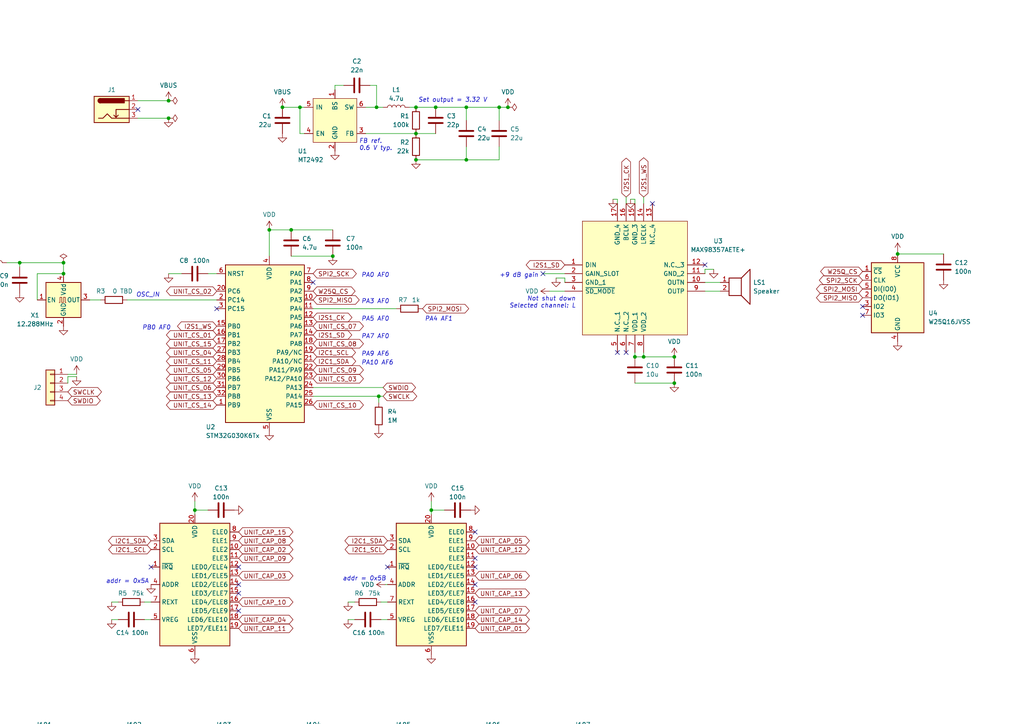
<source format=kicad_sch>
(kicad_sch (version 20230121) (generator eeschema)
  (paper "A4")
  (junction (at 18.415 79.375))
  (junction (at 126.365 31.115))
  (junction (at 147.32 31.115))
  (junction (at 195.58 111.125))
  (junction (at 86.995 31.115))
  (junction (at 120.65 46.355))
  (junction (at 109.855 114.935))
  (junction (at 135.255 46.355))
  (junction (at 120.65 31.115))
  (junction (at 135.255 31.115))
  (junction (at 56.515 147.955))
  (junction (at 125.095 147.955))
  (junction (at 18.415 76.2))
  (junction (at 96.52 74.295))
  (junction (at 78.105 66.675))
  (junction (at 81.915 31.115))
  (junction (at 84.455 66.675))
  (junction (at 109.22 31.115))
  (junction (at 48.895 34.29))
  (junction (at 186.69 103.505))
  (junction (at 184.15 103.505))
  (junction (at 5.715 76.2))
  (junction (at 120.65 38.735))
  (junction (at 48.895 29.21))
  (junction (at 260.35 73.66))
  (junction (at 144.78 31.115))
  (junction (at 195.58 103.505))
  (no_connect (at 137.795 164.465))
  (no_connect (at 69.215 164.465))
  (no_connect (at 137.795 154.305))
  (no_connect (at 179.07 102.235))
  (no_connect (at 69.215 172.085))
  (no_connect (at 137.795 174.625))
  (no_connect (at 69.215 177.165))
  (no_connect (at 204.47 76.835))
  (no_connect (at 250.19 91.44))
  (no_connect (at 112.395 164.465))
  (no_connect (at 69.215 169.545))
  (no_connect (at 40.005 31.75))
  (no_connect (at 157.48 79.375))
  (no_connect (at 43.815 164.465))
  (no_connect (at 90.805 81.915))
  (no_connect (at 62.865 89.535))
  (no_connect (at 250.19 88.9))
  (no_connect (at 137.795 161.925))
  (no_connect (at 181.61 102.235))
  (no_connect (at 137.795 169.545))
  (no_connect (at 189.23 59.055))
  (wire (pts (xy 106.045 38.735) (xy 120.65 38.735)))
  (wire (pts (xy 120.65 38.735) (xy 126.365 38.735)))
  (wire (pts (xy 100.965 179.705) (xy 102.87 179.705)))
  (wire (pts (xy 81.915 31.115) (xy 86.995 31.115)))
  (wire (pts (xy 10.795 79.375) (xy 18.415 79.375)))
  (wire (pts (xy 179.07 57.785) (xy 179.07 59.055)))
  (wire (pts (xy 184.15 103.505) (xy 186.69 103.505)))
  (wire (pts (xy 109.22 24.765) (xy 107.315 24.765)))
  (wire (pts (xy 144.78 46.355) (xy 135.255 46.355)))
  (wire (pts (xy 5.715 77.47) (xy 5.715 76.2)))
  (wire (pts (xy 163.83 80.645) (xy 161.29 80.645)))
  (wire (pts (xy 135.255 46.355) (xy 120.65 46.355)))
  (wire (pts (xy 84.455 74.295) (xy 96.52 74.295)))
  (wire (pts (xy 120.65 31.115) (xy 126.365 31.115)))
  (wire (pts (xy 186.69 57.15) (xy 186.69 59.055)))
  (wire (pts (xy 260.35 73.66) (xy 273.685 73.66)))
  (wire (pts (xy 56.515 147.955) (xy 56.515 149.225)))
  (wire (pts (xy 106.045 31.115) (xy 109.22 31.115)))
  (wire (pts (xy 111.76 169.545) (xy 112.395 169.545)))
  (wire (pts (xy 126.365 31.115) (xy 135.255 31.115)))
  (wire (pts (xy 90.805 114.935) (xy 109.855 114.935)))
  (wire (pts (xy 41.91 174.625) (xy 43.815 174.625)))
  (wire (pts (xy 48.895 34.29) (xy 40.005 34.29)))
  (wire (pts (xy 109.22 24.765) (xy 109.22 31.115)))
  (wire (pts (xy 184.15 57.785) (xy 184.15 59.055)))
  (wire (pts (xy -7.62 76.2) (xy -5.715 76.2)))
  (wire (pts (xy 260.35 73.025) (xy 260.35 73.66)))
  (wire (pts (xy 41.91 179.705) (xy 43.815 179.705)))
  (wire (pts (xy 204.47 81.915) (xy 208.915 81.915)))
  (wire (pts (xy 10.795 86.995) (xy 10.795 79.375)))
  (wire (pts (xy 111.125 31.115) (xy 109.22 31.115)))
  (wire (pts (xy 144.78 42.545) (xy 144.78 46.355)))
  (wire (pts (xy 19.685 109.22) (xy 22.225 109.22)))
  (wire (pts (xy 78.105 66.675) (xy 84.455 66.675)))
  (wire (pts (xy 125.095 147.955) (xy 125.095 149.225)))
  (wire (pts (xy 184.15 102.235) (xy 184.15 103.505)))
  (wire (pts (xy 135.255 42.545) (xy 135.255 46.355)))
  (wire (pts (xy 109.855 114.935) (xy 109.855 116.84)))
  (wire (pts (xy 18.415 76.2) (xy 18.415 79.375)))
  (wire (pts (xy 22.225 108.585) (xy 19.685 108.585)))
  (wire (pts (xy 144.78 31.115) (xy 144.78 34.925)))
  (wire (pts (xy 159.385 84.455) (xy 163.83 84.455)))
  (wire (pts (xy 60.325 79.375) (xy 62.865 79.375)))
  (wire (pts (xy 5.715 76.2) (xy 18.415 76.2)))
  (wire (pts (xy 100.965 174.625) (xy 102.87 174.625)))
  (wire (pts (xy 110.49 174.625) (xy 112.395 174.625)))
  (wire (pts (xy 186.69 103.505) (xy 195.58 103.505)))
  (wire (pts (xy 78.105 66.675) (xy 78.105 74.295)))
  (wire (pts (xy 86.995 31.115) (xy 88.265 31.115)))
  (wire (pts (xy 48.895 29.21) (xy 40.005 29.21)))
  (wire (pts (xy 204.47 84.455) (xy 208.915 84.455)))
  (wire (pts (xy 118.745 31.115) (xy 120.65 31.115)))
  (wire (pts (xy 204.47 78.105) (xy 207.01 78.105)))
  (wire (pts (xy 181.61 57.15) (xy 181.61 59.055)))
  (wire (pts (xy 182.88 57.785) (xy 184.15 57.785)))
  (wire (pts (xy 1.905 76.2) (xy 5.715 76.2)))
  (wire (pts (xy 48.895 79.375) (xy 52.705 79.375)))
  (wire (pts (xy 144.78 31.115) (xy 147.32 31.115)))
  (wire (pts (xy 19.685 111.125) (xy 19.685 109.22)))
  (wire (pts (xy 86.995 38.735) (xy 86.995 31.115)))
  (wire (pts (xy 204.47 79.375) (xy 204.47 78.105)))
  (wire (pts (xy -7.62 74.93) (xy -7.62 76.2)))
  (wire (pts (xy 56.515 145.415) (xy 56.515 147.955)))
  (wire (pts (xy 135.255 31.115) (xy 144.78 31.115)))
  (wire (pts (xy 186.69 102.235) (xy 186.69 103.505)))
  (wire (pts (xy 111.125 114.935) (xy 109.855 114.935)))
  (wire (pts (xy 177.8 57.785) (xy 179.07 57.785)))
  (wire (pts (xy 128.905 147.955) (xy 125.095 147.955)))
  (wire (pts (xy 90.805 112.395) (xy 111.125 112.395)))
  (wire (pts (xy 26.035 86.995) (xy 29.21 86.995)))
  (wire (pts (xy 32.385 174.625) (xy 34.29 174.625)))
  (wire (pts (xy 125.095 145.415) (xy 125.095 147.955)))
  (wire (pts (xy 90.805 89.535) (xy 114.935 89.535)))
  (wire (pts (xy 157.48 79.375) (xy 163.83 79.375)))
  (wire (pts (xy 60.325 147.955) (xy 56.515 147.955)))
  (wire (pts (xy 84.455 66.675) (xy 96.52 66.675)))
  (wire (pts (xy 184.15 111.125) (xy 195.58 111.125)))
  (wire (pts (xy 32.385 179.705) (xy 34.29 179.705)))
  (wire (pts (xy 163.83 81.915) (xy 163.83 80.645)))
  (wire (pts (xy 88.265 38.735) (xy 86.995 38.735)))
  (wire (pts (xy 110.49 179.705) (xy 112.395 179.705)))
  (wire (pts (xy 97.155 26.035) (xy 97.155 24.765)))
  (wire (pts (xy 97.155 24.765) (xy 99.695 24.765)))
  (wire (pts (xy 36.83 86.995) (xy 62.865 86.995)))
  (wire (pts (xy 135.255 31.115) (xy 135.255 34.925)))
  (text "PA9 AF6" (at 104.775 103.505 0) (effects (font (size 1.27 1.27) italic) (justify left bottom)))
  (text "PA0 AF0" (at 104.775 80.645 0) (effects (font (size 1.27 1.27) italic) (justify left bottom)))
  (text "OSC_IN" (at 46.355 86.36 0) (effects (font (size 1.27 1.27) italic) (justify right bottom)))
  (text "Set output = 3.32 V" (at 121.285 29.845 0) (effects (font (size 1.27 1.27) italic) (justify left bottom)))
  (text "FB ref.\n0.6 V typ." (at 104.14 43.815 0) (effects (font (size 1.27 1.27) italic) (justify left bottom)))
  (text "PA5 AF0" (at 104.775 93.345 0) (effects (font (size 1.27 1.27) italic) (justify left bottom)))
  (text "addr = 0x5B" (at 112.014 168.656 0) (effects (font (size 1.27 1.27) italic) (justify right bottom)))
  (text "PB0 AF0" (at 49.53 95.885 0) (effects (font (size 1.27 1.27) italic) (justify right bottom)))
  (text "PA10 AF6" (at 104.775 106.045 0) (effects (font (size 1.27 1.27) italic) (justify left bottom)))
  (text "addr = 0x5A" (at 43.18 169.418 0) (effects (font (size 1.27 1.27) italic) (justify right bottom)))
  (text "+9 dB gain" (at 156.21 80.645 0) (effects (font (size 1.27 1.27) italic) (justify right bottom)))
  (text "PA7 AF0" (at 104.775 98.425 0) (effects (font (size 1.27 1.27) italic) (justify left bottom)))
  (text "Not shut down\nSelected channel: L" (at 167.005 89.535 0) (effects (font (size 1.27 1.27) italic) (justify right bottom)))
  (text "PA3 AF0" (at 104.775 88.265 0) (effects (font (size 1.27 1.27) italic) (justify left bottom)))
  (text "PA4 AF1" (at 123.19 93.345 0) (effects (font (size 1.27 1.27) italic) (justify left bottom)))
  (global_label "UNIT_CS_01" (shape bidirectional) (at 7.62 220.98 180) (property "Intersheetrefs" "${INTERSHEET_REFS}" (effects hide)))
  (global_label "SPI2_SCK" (shape bidirectional) (at 33.655 245.745 180) (property "Intersheetrefs" "${INTERSHEET_REFS}" (effects hide)))
  (global_label "SPI2_MISO" (shape bidirectional) (at 250.19 86.36 180) (property "Intersheetrefs" "${INTERSHEET_REFS}" (effects hide)))
  (global_label "UNIT_CS_15" (shape bidirectional) (at 189.865 243.205 180) (property "Intersheetrefs" "${INTERSHEET_REFS}" (effects hide)))
  (global_label "UNIT_CAP_04" (shape bidirectional) (at 69.215 179.705 0) (property "Intersheetrefs" "${INTERSHEET_REFS}" (effects hide)))
  (global_label "I2S1_SD" (shape bidirectional) (at 90.805 97.155 0) (property "Intersheetrefs" "${INTERSHEET_REFS}" (effects hide)))
  (global_label "UNIT_CAP_01" (shape bidirectional) (at 137.795 182.245 0) (property "Intersheetrefs" "${INTERSHEET_REFS}" (effects hide)))
  (global_label "SPI2_MOSI" (shape bidirectional) (at 59.69 248.285 180) (property "Intersheetrefs" "${INTERSHEET_REFS}" (effects hide)))
  (global_label "SPI2_MOSI" (shape bidirectional) (at 59.69 226.06 180) (property "Intersheetrefs" "${INTERSHEET_REFS}" (effects hide)))
  (global_label "UNIT_CS_08" (shape bidirectional) (at 7.62 243.205 180) (property "Intersheetrefs" "${INTERSHEET_REFS}" (effects hide)))
  (global_label "UNIT_CS_07" (shape bidirectional) (at 163.83 220.98 180) (property "Intersheetrefs" "${INTERSHEET_REFS}" (effects hide)))
  (global_label "I2S1_WS" (shape bidirectional) (at 186.69 57.15 90) (property "Intersheetrefs" "${INTERSHEET_REFS}" (effects hide)))
  (global_label "UNIT_CAP_13" (shape bidirectional) (at 137.795 250.825 180) (property "Intersheetrefs" "${INTERSHEET_REFS}" (effects hide)))
  (global_label "I2S1_WS" (shape bidirectional) (at 62.865 94.615 180) (property "Intersheetrefs" "${INTERSHEET_REFS}" (effects hide)))
  (global_label "I2C1_SCL" (shape bidirectional) (at 112.395 159.385 180) (property "Intersheetrefs" "${INTERSHEET_REFS}" (effects hide)))
  (global_label "SPI2_MOSI" (shape bidirectional) (at 85.725 248.285 180) (property "Intersheetrefs" "${INTERSHEET_REFS}" (effects hide)))
  (global_label "SPI2_MOSI" (shape bidirectional) (at 137.795 226.06 180) (property "Intersheetrefs" "${INTERSHEET_REFS}" (effects hide)))
  (global_label "UNIT_CAP_05" (shape bidirectional) (at 111.76 228.6 180) (property "Intersheetrefs" "${INTERSHEET_REFS}" (effects hide)))
  (global_label "UNIT_CS_05" (shape bidirectional) (at 62.865 107.315 180) (property "Intersheetrefs" "${INTERSHEET_REFS}" (effects hide)))
  (global_label "SPI2_SCK" (shape bidirectional) (at 7.62 223.52 180) (property "Intersheetrefs" "${INTERSHEET_REFS}" (effects hide)))
  (global_label "I2C1_SDA" (shape bidirectional) (at 112.395 156.845 180) (property "Intersheetrefs" "${INTERSHEET_REFS}" (effects hide)))
  (global_label "UNIT_CAP_02" (shape bidirectional) (at 69.215 159.385 0) (property "Intersheetrefs" "${INTERSHEET_REFS}" (effects hide)))
  (global_label "UNIT_CS_12" (shape bidirectional) (at 111.76 243.205 180) (property "Intersheetrefs" "${INTERSHEET_REFS}" (effects hide)))
  (global_label "SPI2_MOSI" (shape bidirectional) (at 137.795 248.285 180) (property "Intersheetrefs" "${INTERSHEET_REFS}" (effects hide)))
  (global_label "SPI2_SCK" (shape bidirectional) (at 33.655 223.52 180) (property "Intersheetrefs" "${INTERSHEET_REFS}" (effects hide)))
  (global_label "UNIT_CAP_10" (shape bidirectional) (at 69.215 174.625 0) (property "Intersheetrefs" "${INTERSHEET_REFS}" (effects hide)))
  (global_label "SPI2_MOSI" (shape bidirectional) (at 189.865 248.285 180) (property "Intersheetrefs" "${INTERSHEET_REFS}" (effects hide)))
  (global_label "SPI2_SCK" (shape bidirectional) (at 85.725 245.745 180) (property "Intersheetrefs" "${INTERSHEET_REFS}" (effects hide)))
  (global_label "UNIT_CS_15" (shape bidirectional) (at 62.865 99.695 180) (property "Intersheetrefs" "${INTERSHEET_REFS}" (effects hide)))
  (global_label "SPI2_SCK" (shape bidirectional) (at 59.69 245.745 180) (property "Intersheetrefs" "${INTERSHEET_REFS}" (effects hide)))
  (global_label "SPI2_MOSI" (shape bidirectional) (at 85.725 226.06 180) (property "Intersheetrefs" "${INTERSHEET_REFS}" (effects hide)))
  (global_label "SPI2_MOSI" (shape bidirectional) (at 163.83 248.285 180) (property "Intersheetrefs" "${INTERSHEET_REFS}" (effects hide)))
  (global_label "UNIT_CAP_08" (shape bidirectional) (at 7.62 250.825 180) (property "Intersheetrefs" "${INTERSHEET_REFS}" (effects hide)))
  (global_label "UNIT_CS_11" (shape bidirectional) (at 85.725 243.205 180) (property "Intersheetrefs" "${INTERSHEET_REFS}" (effects hide)))
  (global_label "SPI2_SCK" (shape bidirectional) (at 189.865 245.745 180) (property "Intersheetrefs" "${INTERSHEET_REFS}" (effects hide)))
  (global_label "UNIT_CS_13" (shape bidirectional) (at 62.865 114.935 180) (property "Intersheetrefs" "${INTERSHEET_REFS}" (effects hide)))
  (global_label "UNIT_CAP_15" (shape bidirectional) (at 69.215 154.305 0) (property "Intersheetrefs" "${INTERSHEET_REFS}" (effects hide)))
  (global_label "SWCLK" (shape bidirectional) (at 111.125 114.935 0) (property "Intersheetrefs" "${INTERSHEET_REFS}" (effects hide)))
  (global_label "SPI2_MISO" (shape bidirectional) (at 90.805 86.995 0) (property "Intersheetrefs" "${INTERSHEET_REFS}" (effects hide)))
  (global_label "UNIT_CAP_08" (shape bidirectional) (at 69.215 156.845 0) (property "Intersheetrefs" "${INTERSHEET_REFS}" (effects hide)))
  (global_label "SPI2_SCK" (shape bidirectional) (at 59.69 223.52 180) (property "Intersheetrefs" "${INTERSHEET_REFS}" (effects hide)))
  (global_label "I2S1_CK" (shape bidirectional) (at 181.61 57.15 90) (property "Intersheetrefs" "${INTERSHEET_REFS}" (effects hide)))
  (global_label "I2S1_CK" (shape bidirectional) (at 90.805 92.075 0) (property "Intersheetrefs" "${INTERSHEET_REFS}" (effects hide)))
  (global_label "UNIT_CAP_14" (shape bidirectional) (at 137.795 179.705 0) (property "Intersheetrefs" "${INTERSHEET_REFS}" (effects hide)))
  (global_label "I2C1_SDA" (shape bidirectional) (at 90.805 104.775 0) (property "Intersheetrefs" "${INTERSHEET_REFS}" (effects hide)))
  (global_label "UNIT_CS_04" (shape bidirectional) (at 85.725 220.98 180) (property "Intersheetrefs" "${INTERSHEET_REFS}" (effects hide)))
  (global_label "SPI2_MOSI" (shape bidirectional) (at 250.19 83.82 180) (property "Intersheetrefs" "${INTERSHEET_REFS}" (effects hide)))
  (global_label "I2C1_SCL" (shape bidirectional) (at 90.805 102.235 0) (property "Intersheetrefs" "${INTERSHEET_REFS}" (effects hide)))
  (global_label "SWDIO" (shape bidirectional) (at 111.125 112.395 0) (property "Intersheetrefs" "${INTERSHEET_REFS}" (effects hide)))
  (global_label "UNIT_CAP_11" (shape bidirectional) (at 69.215 182.245 0) (property "Intersheetrefs" "${INTERSHEET_REFS}" (effects hide)))
  (global_label "UNIT_CS_12" (shape bidirectional) (at 62.865 109.855 180) (property "Intersheetrefs" "${INTERSHEET_REFS}" (effects hide)))
  (global_label "UNIT_CS_09" (shape bidirectional) (at 33.655 243.205 180) (property "Intersheetrefs" "${INTERSHEET_REFS}" (effects hide)))
  (global_label "UNIT_CAP_04" (shape bidirectional) (at 85.725 228.6 180) (property "Intersheetrefs" "${INTERSHEET_REFS}" (effects hide)))
  (global_label "SPI2_SCK" (shape bidirectional) (at 111.76 245.745 180) (property "Intersheetrefs" "${INTERSHEET_REFS}" (effects hide)))
  (global_label "SPI2_MOSI" (shape bidirectional) (at 33.655 248.285 180) (property "Intersheetrefs" "${INTERSHEET_REFS}" (effects hide)))
  (global_label "SPI2_MOSI" (shape bidirectional) (at 111.76 226.06 180) (property "Intersheetrefs" "${INTERSHEET_REFS}" (effects hide)))
  (global_label "SPI2_SCK" (shape bidirectional) (at 7.62 245.745 180) (property "Intersheetrefs" "${INTERSHEET_REFS}" (effects hide)))
  (global_label "SPI2_SCK" (shape bidirectional) (at 90.805 79.375 0) (property "Intersheetrefs" "${INTERSHEET_REFS}" (effects hide)))
  (global_label "UNIT_CS_04" (shape bidirectional) (at 62.865 102.235 180) (property "Intersheetrefs" "${INTERSHEET_REFS}" (effects hide)))
  (global_label "I2C1_SDA" (shape bidirectional) (at 43.815 156.845 180) (property "Intersheetrefs" "${INTERSHEET_REFS}" (effects hide)))
  (global_label "SPI2_MOSI" (shape bidirectional) (at 163.83 226.06 180) (property "Intersheetrefs" "${INTERSHEET_REFS}" (effects hide)))
  (global_label "SPI2_SCK" (shape bidirectional) (at 85.725 223.52 180) (property "Intersheetrefs" "${INTERSHEET_REFS}" (effects hide)))
  (global_label "UNIT_CAP_05" (shape bidirectional) (at 137.795 156.845 0) (property "Intersheetrefs" "${INTERSHEET_REFS}" (effects hide)))
  (global_label "UNIT_CAP_12" (shape bidirectional) (at 137.795 159.385 0) (property "Intersheetrefs" "${INTERSHEET_REFS}" (effects hide)))
  (global_label "SPI2_MOSI" (shape bidirectional) (at 7.62 248.285 180) (property "Intersheetrefs" "${INTERSHEET_REFS}" (effects hide)))
  (global_label "UNIT_CAP_06" (shape bidirectional) (at 137.795 228.6 180) (property "Intersheetrefs" "${INTERSHEET_REFS}" (effects hide)))
  (global_label "UNIT_CAP_06" (shape bidirectional) (at 137.795 167.005 0) (property "Intersheetrefs" "${INTERSHEET_REFS}" (effects hide)))
  (global_label "SWCLK" (shape bidirectional) (at 19.685 113.665 0) (property "Intersheetrefs" "${INTERSHEET_REFS}" (effects hide)))
  (global_label "UNIT_CAP_13" (shape bidirectional) (at 137.795 172.085 0) (property "Intersheetrefs" "${INTERSHEET_REFS}" (effects hide)))
  (global_label "UNIT_CS_06" (shape bidirectional) (at 62.865 112.395 180) (property "Intersheetrefs" "${INTERSHEET_REFS}" (effects hide)))
  (global_label "UNIT_CS_05" (shape bidirectional) (at 111.76 220.98 180) (property "Intersheetrefs" "${INTERSHEET_REFS}" (effects hide)))
  (global_label "UNIT_CS_08" (shape bidirectional) (at 90.805 99.695 0) (property "Intersheetrefs" "${INTERSHEET_REFS}" (effects hide)))
  (global_label "UNIT_CAP_09" (shape bidirectional) (at 33.655 250.825 180) (property "Intersheetrefs" "${INTERSHEET_REFS}" (effects hide)))
  (global_label "UNIT_CAP_03" (shape bidirectional) (at 59.69 228.6 180) (property "Intersheetrefs" "${INTERSHEET_REFS}" (effects hide)))
  (global_label "UNIT_CAP_09" (shape bidirectional) (at 69.215 161.925 0) (property "Intersheetrefs" "${INTERSHEET_REFS}" (effects hide)))
  (global_label "UNIT_CS_14" (shape bidirectional) (at 62.865 117.475 180) (property "Intersheetrefs" "${INTERSHEET_REFS}" (effects hide)))
  (global_label "UNIT_CAP_12" (shape bidirectional) (at 111.76 250.825 180) (property "Intersheetrefs" "${INTERSHEET_REFS}" (effects hide)))
  (global_label "SPI2_MOSI" (shape bidirectional) (at 122.555 89.535 0) (property "Intersheetrefs" "${INTERSHEET_REFS}" (effects hide)))
  (global_label "UNIT_CS_01" (shape bidirectional) (at 62.865 97.155 180) (property "Intersheetrefs" "${INTERSHEET_REFS}" (effects hide)))
  (global_label "UNIT_CAP_01" (shape bidirectional) (at 7.62 228.6 180) (property "Intersheetrefs" "${INTERSHEET_REFS}" (effects hide)))
  (global_label "SPI2_SCK" (shape bidirectional) (at 137.795 223.52 180) (property "Intersheetrefs" "${INTERSHEET_REFS}" (effects hide)))
  (global_label "UNIT_CS_11" (shape bidirectional) (at 62.865 104.775 180) (property "Intersheetrefs" "${INTERSHEET_REFS}" (effects hide)))
  (global_label "UNIT_CS_03" (shape bidirectional) (at 59.69 220.98 180) (property "Intersheetrefs" "${INTERSHEET_REFS}" (effects hide)))
  (global_label "SPI2_MOSI" (shape bidirectional) (at 111.76 248.285 180) (property "Intersheetrefs" "${INTERSHEET_REFS}" (effects hide)))
  (global_label "SPI2_SCK" (shape bidirectional) (at 163.83 245.745 180) (property "Intersheetrefs" "${INTERSHEET_REFS}" (effects hide)))
  (global_label "UNIT_CAP_07" (shape bidirectional) (at 163.83 228.6 180) (property "Intersheetrefs" "${INTERSHEET_REFS}" (effects hide)))
  (global_label "SPI2_MOSI" (shape bidirectional) (at 7.62 226.06 180) (property "Intersheetrefs" "${INTERSHEET_REFS}" (effects hide)))
  (global_label "SPI2_SCK" (shape bidirectional) (at 163.83 223.52 180) (property "Intersheetrefs" "${INTERSHEET_REFS}" (effects hide)))
  (global_label "UNIT_CAP_10" (shape bidirectional) (at 59.69 250.825 180) (property "Intersheetrefs" "${INTERSHEET_REFS}" (effects hide)))
  (global_label "SPI2_SCK" (shape bidirectional) (at 250.19 81.28 180) (property "Intersheetrefs" "${INTERSHEET_REFS}" (effects hide)))
  (global_label "UNIT_CS_07" (shape bidirectional) (at 90.805 94.615 0) (property "Intersheetrefs" "${INTERSHEET_REFS}" (effects hide)))
  (global_label "UNIT_CAP_15" (shape bidirectional) (at 189.865 250.825 180) (property "Intersheetrefs" "${INTERSHEET_REFS}" (effects hide)))
  (global_label "I2C1_SCL" (shape bidirectional) (at 43.815 159.385 180) (property "Intersheetrefs" "${INTERSHEET_REFS}" (effects hide)))
  (global_label "W25Q_CS" (shape bidirectional) (at 90.805 84.455 0) (property "Intersheetrefs" "${INTERSHEET_REFS}" (effects hide)))
  (global_label "UNIT_CAP_02" (shape bidirectional) (at 33.655 228.6 180) (property "Intersheetrefs" "${INTERSHEET_REFS}" (effects hide)))
  (global_label "SPI2_SCK" (shape bidirectional) (at 111.76 223.52 180) (property "Intersheetrefs" "${INTERSHEET_REFS}" (effects hide)))
  (global_label "UNIT_CS_02" (shape bidirectional) (at 33.655 220.98 180) (property "Intersheetrefs" "${INTERSHEET_REFS}" (effects hide)))
  (global_label "UNIT_CAP_14" (shape bidirectional) (at 163.83 250.825 180) (property "Intersheetrefs" "${INTERSHEET_REFS}" (effects hide)))
  (global_label "UNIT_CS_14" (shape bidirectional) (at 163.83 243.205 180) (property "Intersheetrefs" "${INTERSHEET_REFS}" (effects hide)))
  (global_label "UNIT_CAP_07" (shape bidirectional) (at 137.795 177.165 0) (property "Intersheetrefs" "${INTERSHEET_REFS}" (effects hide)))
  (global_label "UNIT_CS_03" (shape bidirectional) (at 90.805 109.855 0) (property "Intersheetrefs" "${INTERSHEET_REFS}" (effects hide)))
  (global_label "UNIT_CAP_11" (shape bidirectional) (at 85.725 250.825 180) (property "Intersheetrefs" "${INTERSHEET_REFS}" (effects hide)))
  (global_label "UNIT_CS_02" (shape bidirectional) (at 62.865 84.455 180) (property "Intersheetrefs" "${INTERSHEET_REFS}" (effects hide)))
  (global_label "UNIT_CS_13" (shape bidirectional) (at 137.795 243.205 180) (property "Intersheetrefs" "${INTERSHEET_REFS}" (effects hide)))
  (global_label "UNIT_CAP_03" (shape bidirectional) (at 69.215 167.005 0) (property "Intersheetrefs" "${INTERSHEET_REFS}" (effects hide)))
  (global_label "UNIT_CS_10" (shape bidirectional) (at 90.805 117.475 0) (property "Intersheetrefs" "${INTERSHEET_REFS}" (effects hide)))
  (global_label "UNIT_CS_06" (shape bidirectional) (at 137.795 220.98 180) (property "Intersheetrefs" "${INTERSHEET_REFS}" (effects hide)))
  (global_label "SPI2_MOSI" (shape bidirectional) (at 33.655 226.06 180) (property "Intersheetrefs" "${INTERSHEET_REFS}" (effects hide)))
  (global_label "UNIT_CS_09" (shape bidirectional) (at 90.805 107.315 0) (property "Intersheetrefs" "${INTERSHEET_REFS}" (effects hide)))
  (global_label "SPI2_SCK" (shape bidirectional) (at 137.795 245.745 180) (property "Intersheetrefs" "${INTERSHEET_REFS}" (effects hide)))
  (global_label "W25Q_CS" (shape bidirectional) (at 250.19 78.74 180) (property "Intersheetrefs" "${INTERSHEET_REFS}" (effects hide)))
  (global_label "I2S1_SD" (shape bidirectional) (at 163.83 76.835 180) (property "Intersheetrefs" "${INTERSHEET_REFS}" (effects hide)))
  (global_label "UNIT_CS_10" (shape bidirectional) (at 59.69 243.205 180) (property "Intersheetrefs" "${INTERSHEET_REFS}" (effects hide)))
  (global_label "SWDIO" (shape bidirectional) (at 19.685 116.205 0) (property "Intersheetrefs" "${INTERSHEET_REFS}" (effects hide)))
  (symbol (lib_id "power:VBUS") (at 137.795 235.585 90) (unit 1)
    (property "Reference" "#PWR076" (effects hide))
    (property "Value" "VBUS" (at 134.239 235.585 90) (effects (justify left)))
  )
  (symbol (lib_id "Connector_Generic:Conn_01x07") (at 64.77 243.205 0) (unit 1)
    (property "Reference" "J110" (at 64.77 232.41 0))
    (property "Value" "Conn_01x07" (effects hide))
    (property "Footprint" "CuHum_Main_footprints:Unit_1x07_P2.54" (effects hide))
  )
  (symbol (lib_id "power:VDD") (at 56.515 145.415 0) (unit 1)
    (property "Reference" "#PWR022" (effects hide))
    (property "Value" "VDD" (at 56.515 140.97 0))
  )
  (symbol (lib_id "power:VDD") (at 163.83 240.665 90) (unit 1)
    (property "Reference" "#PWR081" (effects hide))
    (property "Value" "VDD" (at 160.528 240.665 90) (effects (justify left)))
  )
  (symbol (lib_id "power:PWR_FLAG") (at 18.415 76.2 0) (unit 1)
    (property "Reference" "#FLG04" (effects hide))
    (property "Value" "PWR_FLAG" (effects hide))
  )
  (symbol (lib_id "Device:C") (at 56.515 79.375 90) (unit 1)
    (property "Reference" "C8" (at 53.34 75.565 90))
    (property "Value" "100n" (at 58.42 75.565 90))
    (property "Footprint" "Capacitor_SMD:C_0603_1608Metric" (effects hide))
  )
  (symbol (lib_id "power:VBUS") (at 81.915 31.115 0) (unit 1)
    (property "Reference" "#PWR03" (effects hide))
    (property "Value" "VBUS" (at 81.915 26.67 0))
  )
  (symbol (lib_id "Device:C") (at 103.505 24.765 90) (unit 1)
    (property "Reference" "C2" (at 103.505 17.78 90))
    (property "Value" "22n" (at 103.505 20.32 90))
    (property "Footprint" "Capacitor_SMD:C_0603_1608Metric" (effects hide))
  )
  (symbol (lib_id "power:GND") (at 59.69 215.9 270) (unit 1)
    (property "Reference" "#PWR047" (effects hide))
    (property "Value" "GND" (at 56.388 215.9 90) (effects (justify right)))
  )
  (symbol (lib_id "power:GND") (at 96.52 74.295 0) (unit 1)
    (property "Reference" "#PWR010" (effects hide))
    (property "Value" "GND" (effects hide))
  )
  (symbol (lib_id "power:GND") (at 177.8 57.785 0) (unit 1)
    (property "Reference" "#PWR013" (effects hide))
    (property "Value" "GND" (effects hide))
  )
  (symbol (lib_id "power:VDD") (at 137.795 240.665 90) (unit 1)
    (property "Reference" "#PWR078" (effects hide))
    (property "Value" "VDD" (at 134.493 240.665 90) (effects (justify left)))
  )
  (symbol (lib_id "power:VDD") (at 85.725 218.44 90) (unit 1)
    (property "Reference" "#PWR051" (effects hide))
    (property "Value" "VDD" (at 82.423 218.44 90) (effects (justify left)))
  )
  (symbol (lib_id "power:PWR_FLAG") (at 48.895 29.21 270) (unit 1)
    (property "Reference" "#FLG01" (effects hide))
    (property "Value" "PWR_FLAG" (effects hide))
  )
  (symbol (lib_id "power:VDD") (at 33.655 218.44 90) (unit 1)
    (property "Reference" "#PWR045" (effects hide))
    (property "Value" "VDD" (at 30.353 218.44 90) (effects (justify left)))
  )
  (symbol (lib_id "power:GND") (at 136.525 147.955 90) (unit 1)
    (property "Reference" "#PWR039" (effects hide))
    (property "Value" "GND" (effects hide))
  )
  (symbol (lib_id "power:GND") (at 189.865 238.125 270) (unit 1)
    (property "Reference" "#PWR083" (effects hide))
    (property "Value" "GND" (at 186.563 238.125 90) (effects (justify right)))
  )
  (symbol (lib_id "power:GND") (at 32.385 174.625 0) (mirror y) (unit 1)
    (property "Reference" "#PWR030" (effects hide))
    (property "Value" "GND" (effects hide))
  )
  (symbol (lib_id "power:GND") (at 48.895 34.29 0) (mirror y) (unit 1)
    (property "Reference" "#PWR02" (effects hide))
    (property "Value" "GND" (effects hide))
  )
  (symbol (lib_id "Device:C") (at 64.135 147.955 90) (unit 1)
    (property "Reference" "C13" (at 64.135 141.605 90))
    (property "Value" "100n" (at 64.135 144.145 90))
    (property "Footprint" "Capacitor_SMD:C_0603_1608Metric" (effects hide))
  )
  (symbol (lib_id "power:GND") (at 111.76 238.125 270) (unit 1)
    (property "Reference" "#PWR074" (effects hide))
    (property "Value" "GND" (at 108.458 238.125 90) (effects (justify right)))
  )
  (symbol (lib_id "Connector_Generic:Conn_01x07") (at 12.7 220.98 0) (unit 1)
    (property "Reference" "J101" (at 12.7 210.185 0))
    (property "Value" "Conn_01x07" (effects hide))
    (property "Footprint" "CuHum_Main_footprints:Unit_1x07_P2.54" (effects hide))
  )
  (symbol (lib_id "power:VDD") (at 78.105 66.675 0) (unit 1)
    (property "Reference" "#PWR08" (effects hide))
    (property "Value" "VDD" (at 78.105 62.23 0))
  )
  (symbol (lib_id "power:GND") (at 18.415 94.615 0) (unit 1)
    (property "Reference" "#PWR021" (effects hide))
    (property "Value" "GND" (effects hide))
  )
  (symbol (lib_id "power:GND") (at 125.095 189.865 0) (mirror y) (unit 1)
    (property "Reference" "#PWR038" (effects hide))
    (property "Value" "GND" (effects hide))
  )
  (symbol (lib_id "MCU_ST_STM32G0:STM32G030K6Tx") (at 75.565 99.695 0) (unit 1)
    (property "Reference" "U2" (at 59.69 123.825 0) (effects (justify left)))
    (property "Value" "STM32G030K6Tx" (at 59.69 126.365 0) (effects (justify left)))
    (property "Footprint" "Package_QFP:LQFP-32_7x7mm_P0.8mm" (effects hide))
    (property "Datasheet" "https://www.st.com/resource/en/datasheet/stm32g030k6.pdf" (effects hide))
  )
  (symbol (lib_id "Device:C") (at 106.68 179.705 90) (mirror x) (unit 1)
    (property "Reference" "C16" (at 104.14 183.515 90))
    (property "Value" "100n" (at 109.22 183.515 90))
    (property "Footprint" "Capacitor_SMD:C_0603_1608Metric" (effects hide))
  )
  (symbol (lib_id "Device:C") (at 84.455 70.485 0) (unit 1)
    (property "Reference" "C6" (at 87.63 69.215 0) (effects (justify left)))
    (property "Value" "4.7u" (at 87.63 71.755 0) (effects (justify left)))
    (property "Footprint" "Capacitor_SMD:C_0603_1608Metric" (effects hide))
  )
  (symbol (lib_id "power:VBUS") (at 33.655 235.585 90) (unit 1)
    (property "Reference" "#PWR064" (effects hide))
    (property "Value" "VBUS" (at 30.099 235.585 90) (effects (justify left)))
  )
  (symbol (lib_id "power:GND") (at 67.945 147.955 90) (unit 1)
    (property "Reference" "#PWR027" (effects hide))
    (property "Value" "GND" (effects hide))
  )
  (symbol (lib_id "Connector:Barrel_Jack_Switch_Pin3Ring") (at 32.385 31.75 0) (unit 1)
    (property "Reference" "J1" (at 32.385 26.035 0))
    (property "Value" "Barrel_Jack_Switch_Pin3Ring" (effects hide))
    (property "Footprint" "CuHum_Main_footprints:BarrelJack_DC022" (effects hide))
  )
  (symbol (lib_id "power:GND") (at 273.685 81.28 0) (unit 1)
    (property "Reference" "#PWR026" (effects hide))
    (property "Value" "GND" (effects hide))
  )
  (symbol (lib_id "power:VBUS") (at 7.62 235.585 90) (unit 1)
    (property "Reference" "#PWR061" (effects hide))
    (property "Value" "VBUS" (at 4.064 235.585 90) (effects (justify left)))
  )
  (symbol (lib_id "power:GND") (at 7.62 238.125 270) (unit 1)
    (property "Reference" "#PWR062" (effects hide))
    (property "Value" "GND" (at 4.318 238.125 90) (effects (justify right)))
  )
  (symbol (lib_id "power:GND") (at 97.155 43.815 0) (mirror y) (unit 1)
    (property "Reference" "#PWR05" (effects hide))
    (property "Value" "GND" (effects hide))
  )
  (symbol (lib_id "power:VDD") (at 59.69 240.665 90) (unit 1)
    (property "Reference" "#PWR069" (effects hide))
    (property "Value" "VDD" (at 56.388 240.665 90) (effects (justify left)))
  )
  (symbol (lib_id "Device:R") (at 120.65 42.545 0) (mirror y) (unit 1)
    (property "Reference" "R2" (at 118.745 41.275 0) (effects (justify left)))
    (property "Value" "22k" (at 118.745 43.815 0) (effects (justify left)))
    (property "Footprint" "Resistor_SMD:R_0603_1608Metric" (effects hide))
  )
  (symbol (lib_id "power:GND") (at 100.965 174.625 0) (mirror y) (unit 1)
    (property "Reference" "#PWR034" (effects hide))
    (property "Value" "GND" (effects hide))
  )
  (symbol (lib_id "Device:C") (at 195.58 107.315 0) (unit 1)
    (property "Reference" "C11" (at 198.755 106.045 0) (effects (justify left)))
    (property "Value" "100n" (at 198.755 108.585 0) (effects (justify left)))
    (property "Footprint" "Capacitor_SMD:C_0603_1608Metric" (effects hide))
  )
  (symbol (lib_id "power:VBUS") (at 7.62 213.36 90) (unit 1)
    (property "Reference" "#PWR040" (effects hide))
    (property "Value" "VBUS" (at 4.064 213.36 90) (effects (justify left)))
  )
  (symbol (lib_id "Connector_Generic:Conn_01x07") (at 12.7 243.205 0) (unit 1)
    (property "Reference" "J108" (at 12.7 232.41 0))
    (property "Value" "Conn_01x07" (effects hide))
    (property "Footprint" "CuHum_Main_footprints:Unit_1x07_P2.54" (effects hide))
  )
  (symbol (lib_id "power:GND") (at 100.965 179.705 0) (mirror y) (unit 1)
    (property "Reference" "#PWR035" (effects hide))
    (property "Value" "GND" (effects hide))
  )
  (symbol (lib_id "power:VDD") (at 195.58 103.505 0) (unit 1)
    (property "Reference" "#PWR015" (effects hide))
    (property "Value" "VDD" (at 195.58 99.06 0))
  )
  (symbol (lib_id "Sensor_Touch:MPR121QR2") (at 125.095 169.545 0) (unit 1)
    (property "Reference" "U6" (effects hide))
    (property "Value" "MPR121QR2" (effects hide))
    (property "Footprint" "Package_DFN_QFN:UQFN-20_3x3mm_P0.4mm" (effects hide))
    (property "Datasheet" "https://resurgentsemi.com/wp-content/uploads/2018/09/MPR121_rev5-Resurgent.pdf?d453f8&d453f8" (effects hide))
  )
  (symbol (lib_id "Connector_Generic:Conn_01x07") (at 38.735 243.205 0) (unit 1)
    (property "Reference" "J109" (at 38.735 232.41 0))
    (property "Value" "Conn_01x07" (effects hide))
    (property "Footprint" "CuHum_Main_footprints:Unit_1x07_P2.54" (effects hide))
  )
  (symbol (lib_id "power:GND") (at 111.76 215.9 270) (unit 1)
    (property "Reference" "#PWR053" (effects hide))
    (property "Value" "GND" (at 108.458 215.9 90) (effects (justify right)))
  )
  (symbol (lib_id "Connector_Generic:Conn_01x07") (at 142.875 243.205 0) (unit 1)
    (property "Reference" "J113" (at 142.875 232.41 0))
    (property "Value" "Conn_01x07" (effects hide))
    (property "Footprint" "CuHum_Main_footprints:Unit_1x07_P2.54" (effects hide))
  )
  (symbol (lib_id "power:GND") (at 137.795 215.9 270) (unit 1)
    (property "Reference" "#PWR056" (effects hide))
    (property "Value" "GND" (at 134.493 215.9 90) (effects (justify right)))
  )
  (symbol (lib_id "Device:C") (at 132.715 147.955 90) (unit 1)
    (property "Reference" "C15" (at 132.715 141.605 90))
    (property "Value" "100n" (at 132.715 144.145 90))
    (property "Footprint" "Capacitor_SMD:C_0603_1608Metric" (effects hide))
  )
  (symbol (lib_id "Device:C") (at 5.715 81.28 0) (mirror y) (unit 1)
    (property "Reference" "C9" (at 2.54 80.01 0) (effects (justify left)))
    (property "Value" "100n" (at 2.54 82.55 0) (effects (justify left)))
    (property "Footprint" "Capacitor_SMD:C_0402_1005Metric" (effects hide))
  )
  (symbol (lib_id "power:GND") (at 81.915 38.735 0) (mirror y) (unit 1)
    (property "Reference" "#PWR04" (effects hide))
    (property "Value" "GND" (effects hide))
  )
  (symbol (lib_id "power:VDD") (at 189.865 240.665 90) (unit 1)
    (property "Reference" "#PWR084" (effects hide))
    (property "Value" "VDD" (at 186.563 240.665 90) (effects (justify left)))
  )
  (symbol (lib_id "power:VDD") (at 137.795 218.44 90) (unit 1)
    (property "Reference" "#PWR057" (effects hide))
    (property "Value" "VDD" (at 134.493 218.44 90) (effects (justify left)))
  )
  (symbol (lib_id "power:GND") (at 85.725 238.125 270) (unit 1)
    (property "Reference" "#PWR071" (effects hide))
    (property "Value" "GND" (at 82.423 238.125 90) (effects (justify right)))
  )
  (symbol (lib_id "power:GND") (at 163.83 238.125 270) (unit 1)
    (property "Reference" "#PWR080" (effects hide))
    (property "Value" "GND" (at 160.528 238.125 90) (effects (justify right)))
  )
  (symbol (lib_id "power:GND") (at 7.62 215.9 270) (unit 1)
    (property "Reference" "#PWR041" (effects hide))
    (property "Value" "GND" (at 4.318 215.9 90) (effects (justify right)))
  )
  (symbol (lib_id "power:GND") (at 33.655 215.9 270) (unit 1)
    (property "Reference" "#PWR044" (effects hide))
    (property "Value" "GND" (at 30.353 215.9 90) (effects (justify right)))
  )
  (symbol (lib_id "power:VDD") (at 163.83 218.44 90) (unit 1)
    (property "Reference" "#PWR060" (effects hide))
    (property "Value" "VDD" (at 160.528 218.44 90) (effects (justify left)))
  )
  (symbol (lib_id "Device:Speaker") (at 213.995 81.915 0) (unit 1)
    (property "Reference" "LS1" (at 218.44 81.915 0) (effects (justify left)))
    (property "Value" "Speaker" (at 218.44 84.455 0) (effects (justify left)))
    (property "Footprint" "Connector_PinHeader_2.54mm:PinHeader_1x02_P2.54mm_Vertical" (effects hide))
  )
  (symbol (lib_id "power:GND") (at 109.855 124.46 0) (unit 1)
    (property "Reference" "#PWR023" (effects hide))
    (property "Value" "GND" (effects hide))
  )
  (symbol (lib_id "power:VBUS") (at 163.83 235.585 90) (unit 1)
    (property "Reference" "#PWR079" (effects hide))
    (property "Value" "VBUS" (at 160.274 235.585 90) (effects (justify left)))
  )
  (symbol (lib_id "power:VDD") (at 260.35 73.025 0) (unit 1)
    (property "Reference" "#PWR024" (effects hide))
    (property "Value" "VDD" (at 260.35 68.58 0))
  )
  (symbol (lib_id "Device:C") (at 96.52 70.485 0) (unit 1)
    (property "Reference" "C7" (at 100.33 69.215 0) (effects (justify left)))
    (property "Value" "100n" (at 100.33 71.755 0) (effects (justify left)))
    (property "Footprint" "Capacitor_SMD:C_0603_1608Metric" (effects hide))
  )
  (symbol (lib_id "Device:C") (at 126.365 34.925 0) (unit 1)
    (property "Reference" "C3" (at 129.54 33.655 0) (effects (justify left)))
    (property "Value" "22p" (at 129.54 36.195 0) (effects (justify left)))
    (property "Footprint" "Capacitor_SMD:C_0603_1608Metric" (effects hide))
  )
  (symbol (lib_id "power:VDD") (at 7.62 240.665 90) (unit 1)
    (property "Reference" "#PWR063" (effects hide))
    (property "Value" "VDD" (at 4.318 240.665 90) (effects (justify left)))
  )
  (symbol (lib_id "power:VBUS") (at 111.76 213.36 90) (unit 1)
    (property "Reference" "#PWR052" (effects hide))
    (property "Value" "VBUS" (at 108.204 213.36 90) (effects (justify left)))
  )
  (symbol (lib_id "power:GND") (at 78.105 125.095 0) (mirror y) (unit 1)
    (property "Reference" "#PWR09" (effects hide))
    (property "Value" "GND" (effects hide))
  )
  (symbol (lib_id "Device:R") (at 38.1 174.625 90) (unit 1)
    (property "Reference" "R5" (at 35.56 172.085 90))
    (property "Value" "75k" (at 40.005 172.085 90))
    (property "Footprint" "Resistor_SMD:R_0603_1608Metric" (effects hide))
  )
  (symbol (lib_id "power:VBUS") (at 111.76 235.585 90) (unit 1)
    (property "Reference" "#PWR073" (effects hide))
    (property "Value" "VBUS" (at 108.204 235.585 90) (effects (justify left)))
  )
  (symbol (lib_id "Device:C") (at 184.15 107.315 0) (unit 1)
    (property "Reference" "C10" (at 187.325 106.045 0) (effects (justify left)))
    (property "Value" "10u" (at 187.325 108.585 0) (effects (justify left)))
    (property "Footprint" "Capacitor_SMD:C_0603_1608Metric" (effects hide))
  )
  (symbol (lib_id "power:VDD") (at 33.655 240.665 90) (unit 1)
    (property "Reference" "#PWR066" (effects hide))
    (property "Value" "VDD" (at 30.353 240.665 90) (effects (justify left)))
  )
  (symbol (lib_id "power:GND") (at 260.35 99.06 0) (unit 1)
    (property "Reference" "#PWR025" (effects hide))
    (property "Value" "GND" (effects hide))
  )
  (symbol (lib_id "Connector_Generic:Conn_01x07") (at 90.805 220.98 0) (unit 1)
    (property "Reference" "J104" (at 90.805 210.185 0))
    (property "Value" "Conn_01x07" (effects hide))
    (property "Footprint" "CuHum_Main_footprints:Unit_1x07_P2.54" (effects hide))
  )
  (symbol (lib_id "Device:L") (at 114.935 31.115 90) (unit 1)
    (property "Reference" "L1" (at 114.935 26.035 90))
    (property "Value" "4.7u" (at 114.935 28.575 90))
    (property "Footprint" "Inductor_SMD:L_Sunlord_MWSA1004S" (effects hide))
  )
  (symbol (lib_id "power:VBUS") (at 163.83 213.36 90) (unit 1)
    (property "Reference" "#PWR058" (effects hide))
    (property "Value" "VBUS" (at 160.274 213.36 90) (effects (justify left)))
  )
  (symbol (lib_id "power:VDD") (at 7.62 218.44 90) (unit 1)
    (property "Reference" "#PWR042" (effects hide))
    (property "Value" "VDD" (at 4.318 218.44 90) (effects (justify left)))
  )
  (symbol (lib_id "power:VDD") (at -7.62 74.93 0) (unit 1)
    (property "Reference" "#PWR019" (effects hide))
    (property "Value" "VDD" (at -7.62 70.485 0))
  )
  (symbol (lib_id "Device:R") (at 118.745 89.535 90) (unit 1)
    (property "Reference" "R7" (at 116.84 86.995 90))
    (property "Value" "1k" (at 120.65 86.995 90))
    (property "Footprint" "Resistor_SMD:R_0603_1608Metric" (effects hide))
  )
  (symbol (lib_id "Connector_Generic:Conn_01x07") (at 38.735 220.98 0) (unit 1)
    (property "Reference" "J102" (at 38.735 210.185 0))
    (property "Value" "Conn_01x07" (effects hide))
    (property "Footprint" "CuHum_Main_footprints:Unit_1x07_P2.54" (effects hide))
  )
  (symbol (lib_id "power:GND") (at 182.88 57.785 0) (unit 1)
    (property "Reference" "#PWR014" (effects hide))
    (property "Value" "GND" (effects hide))
  )
  (symbol (lib_id "Device:L") (at -1.905 76.2 90) (unit 1)
    (property "Reference" "L2" (at -1.905 71.12 90))
    (property "Value" "10n" (at -1.905 73.66 90))
    (property "Footprint" "Inductor_SMD:L_0402_1005Metric" (effects hide))
  )
  (symbol (lib_id "power:GND") (at 163.83 215.9 270) (unit 1)
    (property "Reference" "#PWR059" (effects hide))
    (property "Value" "GND" (at 160.528 215.9 90) (effects (justify right)))
  )
  (symbol (lib_id "power:GND") (at 43.815 169.545 0) (mirror y) (unit 1)
    (property "Reference" "#PWR028" (effects hide))
    (property "Value" "GND" (effects hide))
  )
  (symbol (lib_id "Oscillator:ASE-xxxMHz") (at 18.415 86.995 0) (unit 1)
    (property "Reference" "X1" (at 10.16 91.44 0))
    (property "Value" "12.288MHz" (at 10.16 93.98 0))
    (property "Footprint" "Oscillator:Oscillator_SMD_Abracon_ASE-4Pin_3.2x2.5mm" (effects hide))
    (property "Datasheet" "http://www.abracon.com/Oscillators/ASV.pdf" (effects hide))
  )
  (symbol (lib_id "power:VBUS") (at 59.69 213.36 90) (unit 1)
    (property "Reference" "#PWR046" (effects hide))
    (property "Value" "VBUS" (at 56.134 213.36 90) (effects (justify left)))
  )
  (symbol (lib_id "Connector_Generic:Conn_01x07") (at 142.875 220.98 0) (unit 1)
    (property "Reference" "J106" (at 142.875 210.185 0))
    (property "Value" "Conn_01x07" (effects hide))
    (property "Footprint" "CuHum_Main_footprints:Unit_1x07_P2.54" (effects hide))
  )
  (symbol (lib_id "power:VDD") (at 59.69 218.44 90) (unit 1)
    (property "Reference" "#PWR048" (effects hide))
    (property "Value" "VDD" (at 56.388 218.44 90) (effects (justify left)))
  )
  (symbol (lib_id "power:VDD") (at 147.32 31.115 0) (unit 1)
    (property "Reference" "#PWR07" (effects hide))
    (property "Value" "VDD" (at 147.32 26.67 0))
  )
  (symbol (lib_id "power:GND") (at 161.29 80.645 0) (unit 1)
    (property "Reference" "#PWR012" (effects hide))
    (property "Value" "GND" (effects hide))
  )
  (symbol (lib_id "Connector_Generic:Conn_01x07") (at 116.84 220.98 0) (unit 1)
    (property "Reference" "J105" (at 116.84 210.185 0))
    (property "Value" "Conn_01x07" (effects hide))
    (property "Footprint" "CuHum_Main_footprints:Unit_1x07_P2.54" (effects hide))
  )
  (symbol (lib_id "Connector_Generic:Conn_01x07") (at 116.84 243.205 0) (unit 1)
    (property "Reference" "J112" (at 116.84 232.41 0))
    (property "Value" "Conn_01x07" (effects hide))
    (property "Footprint" "CuHum_Main_footprints:Unit_1x07_P2.54" (effects hide))
  )
  (symbol (lib_id "power:VBUS") (at 85.725 213.36 90) (unit 1)
    (property "Reference" "#PWR049" (effects hide))
    (property "Value" "VBUS" (at 82.169 213.36 90) (effects (justify left)))
  )
  (symbol (lib_id "power:GND") (at 120.65 46.355 0) (mirror y) (unit 1)
    (property "Reference" "#PWR06" (effects hide))
    (property "Value" "GND" (effects hide))
  )
  (symbol (lib_id "power:VDD") (at 22.225 108.585 0) (unit 1)
    (property "Reference" "#PWR032" (effects hide))
    (property "Value" "VDD" (at 22.225 104.14 0))
  )
  (symbol (lib_id "Connector_Generic:Conn_01x07") (at 194.945 243.205 0) (unit 1)
    (property "Reference" "J115" (at 194.945 232.41 0))
    (property "Value" "Conn_01x07" (effects hide))
    (property "Footprint" "CuHum_Main_footprints:Unit_1x07_P2.54" (effects hide))
  )
  (symbol (lib_id "Device:R") (at 33.02 86.995 90) (unit 1)
    (property "Reference" "R3" (at 29.21 84.455 90))
    (property "Value" "0 TBD" (at 35.56 84.455 90))
    (property "Footprint" "Resistor_SMD:R_0603_1608Metric" (effects hide))
  )
  (symbol (lib_id "CuHum_symbols:MAX98357AETE+") (at 163.83 76.835 0) (unit 1)
    (property "Reference" "U3" (at 208.28 69.9069 0))
    (property "Value" "MAX98357AETE+" (at 208.28 72.4469 0))
    (property "Footprint" "Package_DFN_QFN:QFN-16-1EP_3x3mm_P0.5mm_EP1.45x1.45mm" (effects hide))
    (property "Datasheet" "https://datasheets.maximintegrated.com/en/ds/MAX98357A-MAX98357B.pdf" (effects hide))
    (property "Description" "MAXIM INTEGRATED PRODUCTS - MAX98357AETE+ - AMPLIFIER, CLASS-D, 1-CH, 3.2W, TQFN-16" (effects hide))
    (property "Height" "0.8" (effects hide))
    (property "Manufacturer_Name" "Analog Devices" (effects hide))
    (property "Manufacturer_Part_Number" "MAX98357AETE+" (effects hide))
    (property "Mouser Part Number" "700-MAX98357AETE+" (effects hide))
    (property "Mouser Price/Stock" "https://www.mouser.co.uk/ProductDetail/Analog-Devices-Maxim-Integrated/MAX98357AETE%2b?qs=AAveGqk956EyS6m3AmZeuw%3D%3D" (effects hide))
  )
  (symbol (lib_id "Device:C") (at 38.1 179.705 90) (mirror x) (unit 1)
    (property "Reference" "C14" (at 35.56 183.515 90))
    (property "Value" "100n" (at 40.64 183.515 90))
    (property "Footprint" "Capacitor_SMD:C_0603_1608Metric" (effects hide))
  )
  (symbol (lib_id "power:GND") (at 207.01 78.105 0) (mirror y) (unit 1)
    (property "Reference" "#PWR017" (effects hide))
    (property "Value" "GND" (effects hide))
  )
  (symbol (lib_id "power:VDD") (at 111.76 218.44 90) (unit 1)
    (property "Reference" "#PWR054" (effects hide))
    (property "Value" "VDD" (at 108.458 218.44 90) (effects (justify left)))
  )
  (symbol (lib_id "power:VBUS") (at 48.895 29.21 0) (unit 1)
    (property "Reference" "#PWR01" (effects hide))
    (property "Value" "VBUS" (at 48.895 24.765 0))
  )
  (symbol (lib_id "power:VBUS") (at 137.795 213.36 90) (unit 1)
    (property "Reference" "#PWR055" (effects hide))
    (property "Value" "VBUS" (at 134.239 213.36 90) (effects (justify left)))
  )
  (symbol (lib_id "CuHum_symbols:MT2492") (at 88.265 31.115 0) (unit 1)
    (property "Reference" "U1" (at 86.36 43.815 0) (effects (justify left)))
    (property "Value" "MT2492" (at 86.36 46.355 0) (effects (justify left)))
    (property "Footprint" "Package_TO_SOT_SMD:SOT-23-6" (effects hide))
    (property "Datasheet" "https://datasheet.lcsc.com/lcsc/1810262207_XI-AN-Aerosemi-Tech-MT2492_C89358.pdf" (effects hide))
    (property "Description" "Input Supply Voltage . -0.3V to 17V Operating Temperature Range  -40C to +85C EN,FB Voltages .-0.3 to 6V Lead Temperature(Soldering,10s) .....+300C SW Voltage ..-0.3V to (Vin+0.5V) Storage Temperature Range .-65C to 150C" (effects hide))
    (property "Height" "1.45" (effects hide))
    (property "Manufacturer_Name" "Aerosemi" (effects hide))
    (property "Manufacturer_Part_Number" "MT2492" (effects hide))
  )
  (symbol (lib_id "Connector_Generic:Conn_01x07") (at 168.91 243.205 0) (unit 1)
    (property "Reference" "J114" (at 168.91 232.41 0))
    (property "Value" "Conn_01x07" (effects hide))
    (property "Footprint" "CuHum_Main_footprints:Unit_1x07_P2.54" (effects hide))
  )
  (symbol (lib_id "Connector_Generic:Conn_01x07") (at 64.77 220.98 0) (unit 1)
    (property "Reference" "J103" (at 64.77 210.185 0))
    (property "Value" "Conn_01x07" (effects hide))
    (property "Footprint" "CuHum_Main_footprints:Unit_1x07_P2.54" (effects hide))
  )
  (symbol (lib_id "power:VDD") (at 85.725 240.665 90) (unit 1)
    (property "Reference" "#PWR072" (effects hide))
    (property "Value" "VDD" (at 82.423 240.665 90) (effects (justify left)))
  )
  (symbol (lib_id "power:GND") (at 22.225 109.22 0) (unit 1)
    (property "Reference" "#PWR033" (effects hide))
    (property "Value" "GND" (effects hide))
  )
  (symbol (lib_id "power:VBUS") (at 85.725 235.585 90) (unit 1)
    (property "Reference" "#PWR070" (effects hide))
    (property "Value" "VBUS" (at 82.169 235.585 90) (effects (justify left)))
  )
  (symbol (lib_id "power:GND") (at 5.715 85.09 0) (unit 1)
    (property "Reference" "#PWR020" (effects hide))
    (property "Value" "GND" (effects hide))
  )
  (symbol (lib_id "Connector_Generic:Conn_01x04") (at 14.605 111.125 0) (mirror y) (unit 1)
    (property "Reference" "J2" (at 12.065 112.395 0) (effects (justify left)))
    (property "Value" "Conn_01x04" (effects hide))
    (property "Footprint" "CuHum_Main_footprints:TestPoints_1x04_P2.54" (effects hide))
  )
  (symbol (lib_id "Device:C") (at 81.915 34.925 0) (mirror y) (unit 1)
    (property "Reference" "C1" (at 78.74 33.655 0) (effects (justify left)))
    (property "Value" "22u" (at 78.74 36.195 0) (effects (justify left)))
    (property "Footprint" "Capacitor_SMD:C_0603_1608Metric" (effects hide))
  )
  (symbol (lib_id "power:VDD") (at 111.76 240.665 90) (unit 1)
    (property "Reference" "#PWR075" (effects hide))
    (property "Value" "VDD" (at 108.458 240.665 90) (effects (justify left)))
  )
  (symbol (lib_id "power:GND") (at 85.725 215.9 270) (unit 1)
    (property "Reference" "#PWR050" (effects hide))
    (property "Value" "GND" (at 82.423 215.9 90) (effects (justify right)))
  )
  (symbol (lib_id "power:PWR_FLAG") (at 48.895 34.29 270) (unit 1)
    (property "Reference" "#FLG02" (effects hide))
    (property "Value" "PWR_FLAG" (effects hide))
  )
  (symbol (lib_id "power:GND") (at 137.795 238.125 270) (unit 1)
    (property "Reference" "#PWR077" (effects hide))
    (property "Value" "GND" (at 134.493 238.125 90) (effects (justify right)))
  )
  (symbol (lib_id "Sensor_Touch:MPR121QR2") (at 56.515 169.545 0) (unit 1)
    (property "Reference" "U5" (effects hide))
    (property "Value" "MPR121QR2" (effects hide))
    (property "Footprint" "Package_DFN_QFN:UQFN-20_3x3mm_P0.4mm" (effects hide))
    (property "Datasheet" "https://resurgentsemi.com/wp-content/uploads/2018/09/MPR121_rev5-Resurgent.pdf?d453f8&d453f8" (effects hide))
  )
  (symbol (lib_id "power:GND") (at 56.515 189.865 0) (mirror y) (unit 1)
    (property "Reference" "#PWR029" (effects hide))
    (property "Value" "GND" (effects hide))
  )
  (symbol (lib_id "power:GND") (at 195.58 111.125 0) (unit 1)
    (property "Reference" "#PWR016" (effects hide))
    (property "Value" "GND" (effects hide))
  )
  (symbol (lib_id "power:GND") (at 59.69 238.125 270) (unit 1)
    (property "Reference" "#PWR068" (effects hide))
    (property "Value" "GND" (at 56.388 238.125 90) (effects (justify right)))
  )
  (symbol (lib_id "Connector_Generic:Conn_01x07") (at 168.91 220.98 0) (unit 1)
    (property "Reference" "J107" (at 168.91 210.185 0))
    (property "Value" "Conn_01x07" (effects hide))
    (property "Footprint" "CuHum_Main_footprints:Unit_1x07_P2.54" (effects hide))
  )
  (symbol (lib_id "Memory_Flash:W25Q32JVSS") (at 260.35 86.36 0) (unit 1)
    (property "Reference" "U4" (at 269.24 90.805 0) (effects (justify left)))
    (property "Value" "W25Q16JVSS" (at 269.24 93.345 0) (effects (justify left)))
    (property "Footprint" "Package_SO:SOIC-8_5.23x5.23mm_P1.27mm" (effects hide))
    (property "Datasheet" "http://www.winbond.com/resource-files/w25q32jv%20revg%2003272018%20plus.pdf" (effects hide))
  )
  (symbol (lib_id "Device:C") (at 135.255 38.735 0) (unit 1)
    (property "Reference" "C4" (at 138.43 37.465 0) (effects (justify left)))
    (property "Value" "22u" (at 138.43 40.005 0) (effects (justify left)))
    (property "Footprint" "Capacitor_SMD:C_0603_1608Metric" (effects hide))
  )
  (symbol (lib_id "power:GND") (at 32.385 179.705 0) (mirror y) (unit 1)
    (property "Reference" "#PWR031" (effects hide))
    (property "Value" "GND" (effects hide))
  )
  (symbol (lib_id "power:VBUS") (at 189.865 235.585 90) (unit 1)
    (property "Reference" "#PWR082" (effects hide))
    (property "Value" "VBUS" (at 186.309 235.585 90) (effects (justify left)))
  )
  (symbol (lib_id "Device:C") (at 144.78 38.735 0) (unit 1)
    (property "Reference" "C5" (at 147.955 37.465 0) (effects (justify left)))
    (property "Value" "22u" (at 147.955 40.005 0) (effects (justify left)))
    (property "Footprint" "Capacitor_SMD:C_0603_1608Metric" (effects hide))
  )
  (symbol (lib_id "Device:R") (at 120.65 34.925 0) (mirror y) (unit 1)
    (property "Reference" "R1" (at 118.745 33.655 0) (effects (justify left)))
    (property "Value" "100k" (at 118.745 36.195 0) (effects (justify left)))
    (property "Footprint" "Resistor_SMD:R_0603_1608Metric" (effects hide))
  )
  (symbol (lib_id "power:VDD") (at 159.385 84.455 90) (unit 1)
    (property "Reference" "#PWR011" (effects hide))
    (property "Value" "VDD" (at 156.21 84.455 90) (effects (justify left)))
  )
  (symbol (lib_id "power:PWR_FLAG") (at 147.32 31.115 270) (unit 1)
    (property "Reference" "#FLG03" (effects hide))
    (property "Value" "PWR_FLAG" (effects hide))
  )
  (symbol (lib_id "power:GND") (at 33.655 238.125 270) (unit 1)
    (property "Reference" "#PWR065" (effects hide))
    (property "Value" "GND" (at 30.353 238.125 90) (effects (justify right)))
  )
  (symbol (lib_id "power:VDD") (at 111.76 169.545 90) (unit 1)
    (property "Reference" "#PWR036" (effects hide))
    (property "Value" "VDD" (at 108.585 169.545 90) (effects (justify left)))
  )
  (symbol (lib_id "power:VDD") (at 125.095 145.415 0) (unit 1)
    (property "Reference" "#PWR037" (effects hide))
    (property "Value" "VDD" (at 125.095 140.97 0))
  )
  (symbol (lib_id "power:VBUS") (at 59.69 235.585 90) (unit 1)
    (property "Reference" "#PWR067" (effects hide))
    (property "Value" "VBUS" (at 56.134 235.585 90) (effects (justify left)))
  )
  (symbol (lib_id "Connector_Generic:Conn_01x07") (at 90.805 243.205 0) (unit 1)
    (property "Reference" "J111" (at 90.805 232.41 0))
    (property "Value" "Conn_01x07" (effects hide))
    (property "Footprint" "CuHum_Main_footprints:Unit_1x07_P2.54" (effects hide))
  )
  (symbol (lib_id "power:VBUS") (at 33.655 213.36 90) (unit 1)
    (property "Reference" "#PWR043" (effects hide))
    (property "Value" "VBUS" (at 30.099 213.36 90) (effects (justify left)))
  )
  (symbol (lib_id "Device:C") (at 273.685 77.47 0) (unit 1)
    (property "Reference" "C12" (at 276.86 76.2 0) (effects (justify left)))
    (property "Value" "100n" (at 276.86 78.74 0) (effects (justify left)))
    (property "Footprint" "Capacitor_SMD:C_0603_1608Metric" (effects hide))
  )
  (symbol (lib_id "power:GND") (at 48.895 79.375 0) (unit 1)
    (property "Reference" "#PWR018" (effects hide))
    (property "Value" "GND" (effects hide))
  )
  (symbol (lib_id "Device:R") (at 109.855 120.65 0) (unit 1)
    (property "Reference" "R4" (at 112.395 119.38 0) (effects (justify left)))
    (property "Value" "1M" (at 112.395 121.92 0) (effects (justify left)))
    (property "Footprint" "Resistor_SMD:R_0603_1608Metric" (effects hide))
  )
  (symbol (lib_id "Device:R") (at 106.68 174.625 90) (unit 1)
    (property "Reference" "R6" (at 104.14 172.085 90))
    (property "Value" "75k" (at 108.585 172.085 90))
    (property "Footprint" "Resistor_SMD:R_0603_1608Metric" (effects hide))
  )
)
</source>
